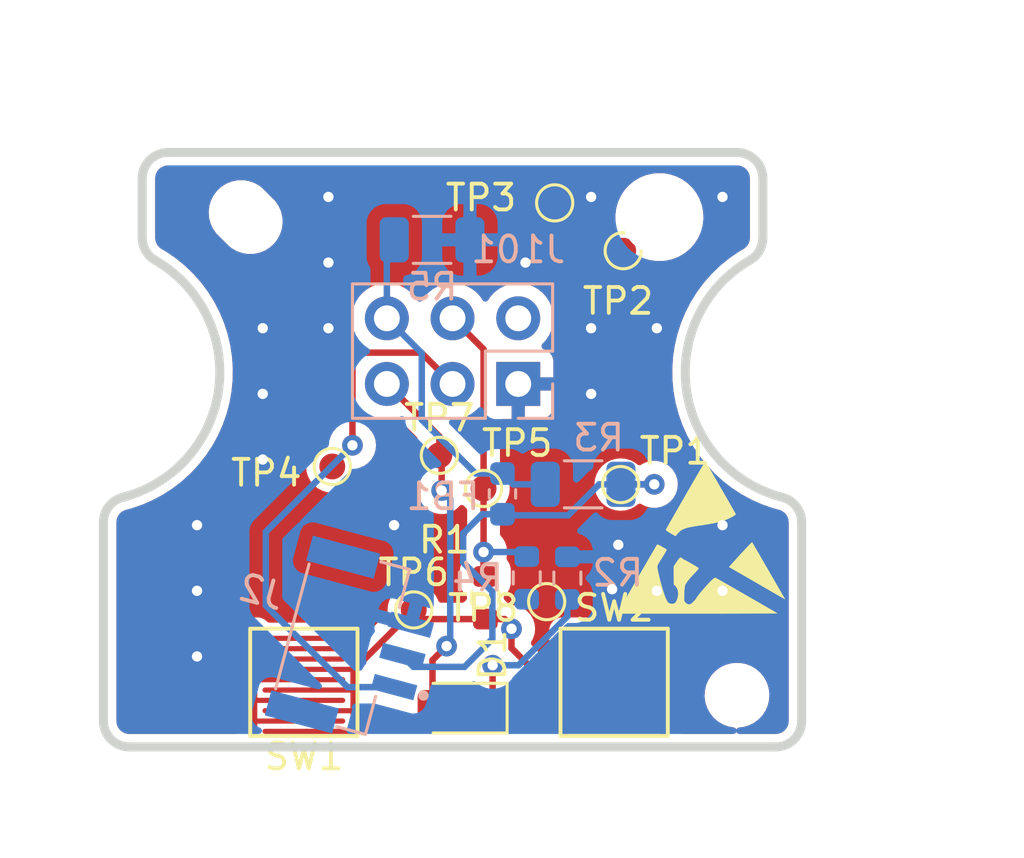
<source format=kicad_pcb>
(kicad_pcb (version 20221018) (generator pcbnew)
  (title_block (date "2023-02-06"))
  (layers (0 "F.Cu" signal) (31 "B.Cu" signal) (34 "B.Paste" user) (35 "F.Paste" user) (36 "B.SilkS" user "B.Silkscreen") (37 "F.SilkS" user "F.Silkscreen") (38 "B.Mask" user) (39 "F.Mask" user) (44 "Edge.Cuts" user))
  (net 0 "")
  (net 1 "Net-(D1-K)")
  (net 2 "/PWM")
  (net 3 "/P_Button")
  (net 4 "+5V")
  (net 5 "Net-(J2-Pin_2)")
  (net 6 "GND")
  (net 7 "/Crystal_PWM")
  (net 8 "Net-(R1-Pad2)")
  (footprint "TestPoint:TestPoint_Pad_D1.0mm" (layer "F.Cu") (at 80.550282 67.749731)
    (fp_text reference "TP4" (at -2.55 0.25) (layer "F.SilkS"))
    (fp_text value "TestPoint")
    (fp_circle (center 0 0) (end 0 0.7) (stroke (width 0.12)) (fill none) (layer "F.SilkS"))
    (pad "1" smd circle (at 0 0) (size 1 1) (layers "F.Cu" "F.Mask") (net 4 "+5V"))
  )
  (footprint "TestPoint:TestPoint_Pad_D1.0mm" (layer "F.Cu") (at 89.150282 57.549731)
    (fp_text reference "TP3" (at -2.85 -0.2) (layer "F.SilkS"))
    (fp_text value "TestPoint")
    (fp_circle (center 0 0) (end 0 0.7) (stroke (width 0.12)) (fill none) (layer "F.SilkS"))
    (pad "1" smd circle (at 0 0) (size 1 1) (layers "F.Cu" "F.Mask") (net 7 "/Crystal_PWM"))
  )
  (footprint "MountingHole:MountingHole_2mm" (layer "F.Cu") (at 96.200282 76.599731)
    (fp_text reference "H1" hide)
    (fp_text value "MountingHole")
    (pad "" np_thru_hole circle (at 0 0) (size 2 2) (drill 2) (layers "*.Cu" "*.Mask"))
  )
  (footprint "TestPoint:TestPoint_Pad_D1.0mm" (layer "F.Cu") (at 91.800282 59.399731)
    (fp_text reference "TP2" (at -0.2 1.95) (layer "F.SilkS"))
    (fp_text value "TestPoint")
    (fp_circle (center 0 0) (end 0 0.7) (stroke (width 0.12)) (fill none) (layer "F.SilkS"))
    (pad "1" smd circle (at 0 0) (size 1 1) (layers "F.Cu" "F.Mask") (net 6 "GND"))
  )
  (footprint "Zhikou:4mm_Rubber_Button" (layer "F.Cu") (at 79.450282 76.099731 180)
    (fp_text reference "SW1" (at 0 -2.875 180) (layer "F.SilkS"))
    (fp_text value "SW_Push")
    (fp_line (start -2.075 -2.075) (end 2.075 -2.075) (stroke (width 0.15)) (layer "F.SilkS"))
    (fp_line (start -2.075 2.075) (end -2.075 -2.075) (stroke (width 0.15)) (layer "F.SilkS"))
    (fp_line (start 2.075 -2.075) (end 2.075 2.075) (stroke (width 0.15)) (layer "F.SilkS"))
    (fp_line (start 2.075 2.075) (end -2.075 2.075) (stroke (width 0.15)) (layer "F.SilkS"))
    (pad "1" smd rect (at -1.9 0 180) (size 0.2 4) (layers "F.Cu" "F.Mask") (net 8 "Net-(R1-Pad2)"))
    (pad "1" smd oval (at -0.2 -1.9 180) (size 3.6 0.2) (layers "F.Cu" "F.Mask") (net 8 "Net-(R1-Pad2)"))
    (pad "1" smd oval (at -0.2 -1.1 180) (size 3.6 0.2) (layers "F.Cu" "F.Mask") (net 8 "Net-(R1-Pad2)"))
    (pad "1" smd oval (at -0.2 -0.3 180) (size 3.6 0.2) (layers "F.Cu" "F.Mask") (net 8 "Net-(R1-Pad2)"))
    (pad "1" smd oval (at -0.2 0.5 180) (size 3.6 0.2) (layers "F.Cu" "F.Mask") (net 8 "Net-(R1-Pad2)"))
    (pad "1" smd oval (at -0.2 1.3 180) (size 3.6 0.2) (layers "F.Cu" "F.Mask") (net 8 "Net-(R1-Pad2)"))
    (pad "2" smd oval (at 0.2 -1.5 180) (size 3.6 0.2) (layers "F.Cu" "F.Mask") (net 6 "GND"))
    (pad "2" smd oval (at 0.2 -0.7 180) (size 3.6 0.2) (layers "F.Cu" "F.Mask") (net 6 "GND"))
    (pad "2" smd oval (at 0.2 0.1 180) (size 3.6 0.2) (layers "F.Cu" "F.Mask") (net 6 "GND"))
    (pad "2" smd oval (at 0.2 0.9 180) (size 3.6 0.2) (layers "F.Cu" "F.Mask") (net 6 "GND"))
    (pad "2" smd oval (at 0.2 1.7 180) (size 3.6 0.2) (layers "F.Cu" "F.Mask") (net 6 "GND"))
    (pad "2" smd rect (at 1.9 0 180) (size 0.2 4) (layers "F.Cu" "F.Mask") (net 6 "GND"))
  )
  (footprint "TestPoint:TestPoint_Pad_D1.0mm" (layer "F.Cu") (at 91.700282 68.449731)
    (fp_text reference "TP1" (at 2.1 -1.3) (layer "F.SilkS"))
    (fp_text value "TestPoint")
    (fp_circle (center 0 0) (end 0 0.7) (stroke (width 0.12)) (fill none) (layer "F.SilkS"))
    (pad "1" smd circle (at 0 0) (size 1 1) (layers "F.Cu" "F.Mask") (net 5 "Net-(J2-Pin_2)"))
  )
  (footprint "Zhikou:MountingHole_2.9mm" (layer "F.Cu") (at 93.200282 58.099731)
    (fp_text reference "H2" hide)
    (fp_text value "MountingHole")
    (pad "" np_thru_hole circle (at 0 0) (size 2.9 2.9) (drill 2.9) (layers "F&B.Cu" "*.Mask"))
  )
  (footprint "Zhikou:4mm_Rubber_Button" (layer "F.Cu") (at 91.450282 76.099731)
    (fp_text reference "SW2" (at 0 -2.875) (layer "F.SilkS"))
    (fp_text value "SW_Push")
    (fp_line (start -2.075 -2.075) (end 2.075 -2.075) (stroke (width 0.15)) (layer "F.SilkS"))
    (fp_line (start -2.075 2.075) (end -2.075 -2.075) (stroke (width 0.15)) (layer "F.SilkS"))
    (fp_line (start 2.075 -2.075) (end 2.075 2.075) (stroke (width 0.15)) (layer "F.SilkS"))
    (fp_line (start 2.075 2.075) (end -2.075 2.075) (stroke (width 0.15)) (layer "F.SilkS"))
    (pad "1" smd rect (at -1.9 0) (size 0.2 4) (layers "F.Cu" "F.Mask") (net 8 "Net-(R1-Pad2)"))
    (pad "1" smd oval (at -0.2 -1.9) (size 3.6 0.2) (layers "F.Cu" "F.Mask") (net 8 "Net-(R1-Pad2)"))
    (pad "1" smd oval (at -0.2 -1.1) (size 3.6 0.2) (layers "F.Cu" "F.Mask") (net 8 "Net-(R1-Pad2)"))
    (pad "1" smd oval (at -0.2 -0.3) (size 3.6 0.2) (layers "F.Cu" "F.Mask") (net 8 "Net-(R1-Pad2)"))
    (pad "1" smd oval (at -0.2 0.5) (size 3.6 0.2) (layers "F.Cu" "F.Mask") (net 8 "Net-(R1-Pad2)"))
    (pad "1" smd oval (at -0.2 1.3) (size 3.6 0.2) (layers "F.Cu" "F.Mask") (net 8 "Net-(R1-Pad2)"))
    (pad "2" smd oval (at 0.2 -1.5) (size 3.6 0.2) (layers "F.Cu" "F.Mask") (net 6 "GND"))
    (pad "2" smd oval (at 0.2 -0.7) (size 3.6 0.2) (layers "F.Cu" "F.Mask") (net 6 "GND"))
    (pad "2" smd oval (at 0.2 0.1) (size 3.6 0.2) (layers "F.Cu" "F.Mask") (net 6 "GND"))
    (pad "2" smd oval (at 0.2 0.9) (size 3.6 0.2) (layers "F.Cu" "F.Mask") (net 6 "GND"))
    (pad "2" smd oval (at 0.2 1.7) (size 3.6 0.2) (layers "F.Cu" "F.Mask") (net 6 "GND"))
    (pad "2" smd rect (at 1.9 0) (size 0.2 4) (layers "F.Cu" "F.Mask") (net 6 "GND"))
  )
  (footprint "TestPoint:TestPoint_Pad_D1.0mm" (layer "F.Cu") (at 83.700282 73.299731)
    (fp_text reference "TP6" (at 0 -1.448) (layer "F.SilkS"))
    (fp_text value "TestPoint")
    (fp_circle (center 0 0) (end 0 0.7) (stroke (width 0.12)) (fill none) (layer "F.SilkS"))
    (pad "1" smd circle (at 0 0) (size 1 1) (layers "F.Cu" "F.Mask") (net 8 "Net-(R1-Pad2)"))
  )
  (footprint "Zhikou:MountingHole_2mm2.5mm" (layer "F.Cu") (at 77.200282 58.099731 -45)
    (fp_text reference "H4" hide)
    (fp_text value "MountingHole")
    (pad "" np_thru_hole oval (at 0 0 315) (size 2.5 2) (drill oval 2.5 2) (layers "F&B.Cu" "*.Mask"))
  )
  (footprint "TestPoint:TestPoint_Pad_D1.0mm" (layer "F.Cu") (at 86.400282 68.599731)
    (fp_text reference "TP5" (at 1.3 -1.75) (layer "F.SilkS"))
    (fp_text value "TestPoint")
    (fp_circle (center 0 0) (end 0 0.7) (stroke (width 0.12)) (fill none) (layer "F.SilkS"))
    (pad "1" smd circle (at 0 0) (size 1 1) (layers "F.Cu" "F.Mask") (net 3 "/P_Button"))
  )
  (footprint "LED_SMD:LED_0805_2012Metric_Pad1.15x1.40mm_HandSolder" (layer "F.Cu") (at 85.450282 77.099731 180)
    (fp_text reference "D1" (at -1.300008 2.050003 90) (layer "F.SilkS"))
    (fp_text value "LED")
    (fp_line (start -1.86 -0.96) (end -1.86 0.96) (stroke (width 0.12)) (layer "F.SilkS"))
    (fp_line (start -1.86 0.96) (end 1 0.96) (stroke (width 0.12)) (layer "F.SilkS"))
    (fp_line (start 1 -0.96) (end -1.86 -0.96) (stroke (width 0.12)) (layer "F.SilkS"))
    (pad "1" smd roundrect (at -1.025 0 180) (size 1.15 1.4) (layers "F.Cu" "F.Paste" "F.Mask") (roundrect_rratio 0.2173913043) (net 1 "Net-(D1-K)"))
    (pad "2" smd roundrect (at 1.025 0 180) (size 1.15 1.4) (layers "F.Cu" "F.Paste" "F.Mask") (roundrect_rratio 0.2173913043) (net 2 "/PWM"))
  )
  (footprint "Symbol:ESD-Logo_6.6x6mm_SilkScreen" (layer "F.Cu") (at 94.818522 70.484243)
    (fp_text reference "PCB1" hide)
    (fp_text value "SYM_ESD_Large" hide)
    (fp_poly (pts (xy 1.987528 0.234619) (xy 1.998908 0.253693) (xy 2.024488 0.297421) (xy 2.063002 0.363619) (xy 2.113186 0.450102) (xy 2.173775 0.554685) (xy 2.243503 0.675183) (xy 2.321107 0.809412) (xy 2.40532 0.955187) (xy 2.494879 1.110323) (xy 2.586998 1.27) (xy 2.681076 1.433117) (xy 2.771402 1.589709) (xy 2.856665 1.737506) (xy 2.935557 1.87424) (xy 3.006769 1.997642) (xy 3.068991 2.105444) (xy 3.120913 2.195377) (xy 3.161228 2.265173) (xy 3.188624 2.312564) (xy 3.201507 2.334786) (xy 3.222507 2.37233) (xy 3.233925 2.395831) (xy 3.234551 2.39992) (xy 3.220636 2.392242) (xy 3.181941 2.370203) (xy 3.120487 2.334971) (xy 3.038298 2.287711) (xy 2.937396 2.229589) (xy 2.819805 2.161771) (xy 2.687546 2.085424) (xy 2.542642 2.001714) (xy 2.387117 1.911806) (xy 2.222992 1.816867) (xy 2.160549 1.780732) (xy 1.993487 1.684083) (xy 1.834074 1.591938) (xy 1.684355 1.505475) (xy 1.546376 1.425871) (xy 1.422185 1.354305) (xy 1.313827 1.291955) (xy 1.223348 1.239998) (xy 1.152796 1.199613) (xy 1.104215 1.171978) (xy 1.079654 1.158272) (xy 1.077085 1.156974) (xy 1.084569 1.14522) (xy 1.110614 1.113795) (xy 1.152559 1.065594) (xy 1.207746 1.00351) (xy 1.273517 0.930439) (xy 1.347212 0.849276) (xy 1.426173 0.762916) (xy 1.50774 0.674253) (xy 1.589254 0.586182) (xy 1.668057 0.501599) (xy 1.74149 0.423397) (xy 1.806893 0.354472) (xy 1.861608 0.297719) (xy 1.902977 0.256032) (xy 1.917164 0.242363) (xy 1.96418 0.198201) (xy 1.987528 0.234619)) (stroke (width 0.01)) (fill solid) (layer "F.SilkS"))
    (fp_poly (pts (xy 0.164043 -2.914165) (xy 0.187065 -2.876755) (xy 0.222534 -2.817486) (xy 0.268996 -2.738882) (xy 0.324996 -2.643462) (xy 0.389081 -2.53375) (xy 0.459796 -2.412266) (xy 0.535687 -2.281532) (xy 0.615299 -2.14407) (xy 0.697178 -2.002402) (xy 0.77987 -1.859049) (xy 0.861921 -1.716533) (xy 0.941876 -1.577376) (xy 1.018281 -1.444099) (xy 1.089682 -1.319224) (xy 1.154624 -1.205273) (xy 1.211653 -1.104767) (xy 1.259315 -1.020228) (xy 1.296155 -0.954178) (xy 1.32072 -0.909138) (xy 1.331554 -0.88763) (xy 1.331951 -0.886286) (xy 1.318501 -0.868035) (xy 1.281114 -0.840118) (xy 1.224235 -0.805275) (xy 1.152312 -0.766246) (xy 1.077015 -0.729157) (xy 0.97456 -0.684183) (xy 0.866817 -0.643774) (xy 0.750073 -0.607031) (xy 0.620618 -0.573058) (xy 0.47474 -0.540956) (xy 0.308726 -0.509827) (xy 0.118866 -0.478773) (xy -0.077531 -0.449855) (xy -0.248166 -0.4242) (xy -0.391455 -0.398802) (xy -0.510992 -0.372398) (xy -0.61037 -0.343727) (xy -0.693182 -0.311527) (xy -0.763022 -0.274535) (xy -0.823482 -0.231488) (xy -0.878155 -0.181125) (xy -0.895786 -0.162417) (xy -0.934 -0.118861) (xy -0.962268 -0.083318) (xy -0.975382 -0.062417) (xy -0.975732 -0.060703) (xy -0.98032 -0.050194) (xy -0.996242 -0.050076) (xy -1.026734 -0.061746) (xy -1.075032 -0.086604) (xy -1.144373 -0.126048) (xy -1.192561 -0.154413) (xy -1.264417 -0.198753) (xy -1.320258 -0.236721) (xy -1.356333 -0.265584) (xy -1.368887 -0.282612) (xy -1.368879 -0.282736) (xy -1.361094 -0.298963) (xy -1.339108 -0.3396) (xy -1.304197 -0.402433) (xy -1.257637 -0.485248) (xy -1.200705 -0.585828) (xy -1.134677 -0.70196) (xy -1.060828 -0.831429) (xy -0.980436 -0.97202) (xy -0.894776 -1.121518) (xy -0.805124 -1.277708) (xy -0.712757 -1.438376) (xy -0.618951 -1.601307) (xy -0.524982 -1.764287) (xy -0.432126 -1.9251) (xy -0.34166 -2.081532) (xy -0.254859 -2.231367) (xy -0.173 -2.372392) (xy -0.097359 -2.502391) (xy -0.029213 -2.619151) (xy 0.030163 -2.720455) (xy 0.079493 -2.804089) (xy 0.1175 -2.867838) (xy 0.142907 -2.909489) (xy 0.15444 -2.926825) (xy 0.154923 -2.927195) (xy 0.164043 -2.914165)) (stroke (width 0.01)) (fill solid) (layer "F.SilkS"))
    (fp_poly (pts (xy -1.677906 0.291158) (xy -1.645381 0.303736) (xy -1.595807 0.328712) (xy -1.524626 0.367876) (xy -1.519084 0.370988) (xy -1.453526 0.408476) (xy -1.398202 0.441319) (xy -1.358545 0.466205) (xy -1.339988 0.47982) (xy -1.339469 0.480487) (xy -1.343952 0.49939) (xy -1.364514 0.541605) (xy -1.399817 0.604832) (xy -1.44852 0.686772) (xy -1.509282 0.785122) (xy -1.580764 0.897585) (xy -1.598555 0.925165) (xy -1.644907 1.001699) (xy -1.678658 1.067556) (xy -1.696847 1.116782) (xy -1.698714 1.126507) (xy -1.697885 1.169312) (xy -1.688606 1.237209) (xy -1.672032 1.325843) (xy -1.64932 1.430859) (xy -1.621627 1.547902) (xy -1.59011 1.672616) (xy -1.555925 1.800645) (xy -1.520229 1.927634) (xy -1.484179 2.049228) (xy -1.448932 2.161072) (xy -1.415644 2.25881) (xy -1.385472 2.338087) (xy -1.364439 2.385122) (xy -1.339663 2.435225) (xy -1.31627 2.483168) (xy -1.315003 2.485793) (xy -1.276301 2.53422) (xy -1.219816 2.566828) (xy -1.154061 2.582454) (xy -1.087549 2.579937) (xy -1.028795 2.558114) (xy -0.995742 2.529382) (xy -0.948141 2.450583) (xy -0.913261 2.352378) (xy -0.894123 2.244779) (xy -0.891412 2.18378) (xy -0.90233 2.069935) (xy -0.934376 1.97566) (xy -0.989274 1.896379) (xy -1.006393 1.878733) (xy -1.057339 1.829235) (xy -1.060837 1.479362) (xy -1.064336 1.129489) (xy -0.975182 0.994531) (xy -0.933346 0.933445) (xy -0.893055 0.878493) (xy -0.860057 0.837336) (xy -0.845874 0.822192) (xy -0.805719 0.78481) (xy -0.751335 0.814098) (xy -0.716961 0.835084) (xy -0.698154 0.851378) (xy -0.696951 0.854307) (xy -0.684097 0.866728) (xy -0.662104 0.875977) (xy -0.64085 0.884313) (xy -0.608306 0.900149) (xy -0.561678 0.925033) (xy -0.498171 0.960509) (xy -0.414992 1.008123) (xy -0.309347 1.069422) (xy -0.251938 1.102932) (xy -0.184406 1.143071) (xy -0.140115 1.171659) (xy -0.115145 1.192039) (xy -0.105577 1.207553) (xy -0.107492 1.221546) (xy -0.109089 1.224796) (xy -0.124624 1.245266) (xy -0.157864 1.283665) (xy -0.204938 1.335696) (xy -0.261972 1.397066) (xy -0.3113 1.44909) (xy -0.42497 1.572567) (xy -0.513895 1.679591) (xy -0.578866 1.77124) (xy -0.620679 1.848588) (xy -0.634783 1.887866) (xy -0.640608 1.922249) (xy -0.646625 1.980899) (xy -0.652304 2.057117) (xy -0.657116 2.144202) (xy -0.659381 2.199268) (xy -0.662541 2.294464) (xy -0.663931 2.364062) (xy -0.663142 2.413409) (xy -0.659765 2.447854) (xy -0.653392 2.472743) (xy -0.643613 2.493425) (xy -0.635933 2.506053) (xy -0.591579 2.554726) (xy -0.534426 2.588645) (xy -0.474292 2.603438) (xy -0.429227 2.598086) (xy -0.388424 2.57493) (xy -0.337276 2.533462) (xy -0.282958 2.480912) (xy -0.232643 2.424516) (xy -0.193506 2.371505) (xy -0.179095 2.345889) (xy -0.157509 2.310814) (xy -0.118247 2.257389) (xy -0.064898 2.189789) (xy -0.001048 2.11219) (xy 0.069715 2.028768) (xy 0.143804 1.943698) (xy 0.217632 1.861155) (xy 0.287611 1.785316) (xy 0.350155 1.720356) (xy 0.39926 1.672669) (xy 0.453779 1.625032) (xy 0.499642 1.589908) (xy 0.531811 1.570949) (xy 0.542489 1.568864) (xy 0.558853 1.577274) (xy 0.599671 1.599846) (xy 0.662586 1.635224) (xy 0.745244 1.682054) (xy 0.845289 1.738981) (xy 0.960366 1.804649) (xy 1.088119 1.877703) (xy 1.226194 1.956788) (xy 1.372234 2.040548) (xy 1.523884 2.127629) (xy 1.67879 2.216676) (xy 1.834595 2.306332) (xy 1.988944 2.395243) (xy 2.139482 2.482054) (xy 2.283854 2.565409) (xy 2.419704 2.643954) (xy 2.544677 2.716333) (xy 2.656417 2.78119) (xy 2.75257 2.837171) (xy 2.830779 2.88292) (xy 2.888689 2.917083) (xy 2.923946 2.938304) (xy 2.934165 2.944963) (xy 2.920402 2.94628) (xy 2.877104 2.947559) (xy 2.805714 2.948796) (xy 2.707673 2.949983) (xy 2.584422 2.951115) (xy 2.437403 2.952186) (xy 2.268057 2.953189) (xy 2.077826 2.954119) (xy 1.868151 2.954968) (xy 1.640473 2.955732) (xy 1.396235 2.956403) (xy 1.136877 2.956976) (xy 0.863841 2.957444) (xy 0.578568 2.957802) (xy 0.2825 2.958042) (xy -0.022921 2.958159) (xy -0.151076 2.958171) (xy -3.25103 2.958171) (xy -3.029947 2.574847) (xy -2.983144 2.49368) (xy -2.922898 2.389166) (xy -2.851222 2.264801) (xy -2.770131 2.124082) (xy -2.681638 1.970503) (xy -2.58776 1.807562) (xy -2.490509 1.638754) (xy -2.3919 1.467575) (xy -2.293947 1.297521) (xy -2.269175 1.254512) (xy -2.178848 1.097857) (xy -2.092711 0.948803) (xy -2.012058 0.809568) (xy -1.938184 0.682371) (xy -1.872383 0.569432) (xy -1.81595 0.472968) (xy -1.770179 0.3952) (xy -1.736365 0.338346) (xy -1.715802 0.304625) (xy -1.710047 0.29604) (xy -1.697942 0.289189) (xy -1.677906 0.291158)) (stroke (width 0.01)) (fill solid) (layer "F.SilkS"))
  )
  (footprint "Resistor_SMD:R_0603_1608Metric" (layer "F.Cu") (at 86.470282 72.829731 -90)
    (fp_text reference "R1" (at -2.24 1.590003) (layer "F.SilkS"))
    (fp_text value "1K")
    (fp_line (start -0.237258 -0.5225) (end 0.237258 -0.5225) (stroke (width 0.12)) (layer "F.SilkS"))
    (fp_line (start -0.237258 0.5225) (end 0.237258 0.5225) (stroke (width 0.12)) (layer "F.SilkS"))
    (pad "1" smd roundrect (at -0.825 0 270) (size 0.8 0.95) (layers "F.Cu" "F.Paste" "F.Mask") (net 3 "/P_Button"))
    (pad "2" smd roundrect (at 0.825 0 270) (size 0.8 0.95) (layers "F.Cu" "F.Paste" "F.Mask") (net 8 "Net-(R1-Pad2)"))
  )
  (footprint "TestPoint:TestPoint_Pad_D1.0mm" (layer "F.Cu") (at 88.840282 72.979731)
    (fp_text reference "TP8" (at -2.45 0.25) (layer "F.SilkS"))
    (fp_text value "TestPoint")
    (fp_circle (center 0 0) (end 0 0.7) (stroke (width 0.12)) (fill none) (layer "F.SilkS"))
    (pad "1" smd circle (at 0 0) (size 1 1) (layers "F.Cu" "F.Mask") (net 1 "Net-(D1-K)"))
  )
  (footprint "TestPoint:TestPoint_Pad_D1.0mm" (layer "F.Cu") (at 84.690282 67.319731)
    (fp_text reference "TP7" (at 0 -1.448) (layer "F.SilkS"))
    (fp_text value "TestPoint")
    (fp_circle (center 0 0) (end 0 0.7) (stroke (width 0.12)) (fill none) (layer "F.SilkS"))
    (pad "1" smd circle (at 0 0) (size 1 1) (layers "F.Cu" "F.Mask") (net 2 "/PWM"))
  )
  (footprint "Zhikou:A1257WR-S-3P" (layer "B.Cu") (at 82.441497 74.859601 -105)
    (fp_text reference "J2" (at -0.984552 5.058105 -15) (layer "B.SilkS") (effects (justify mirror)))
    (fp_text value "CI4003M1HR0-NH")
    (fp_line (start -3.302 -0.254) (end -1.778 -0.254) (stroke (width 0.12)) (layer "B.SilkS"))
    (fp_line (start -3.3 0.9) (end -3.302 -0.254) (stroke (width 0.12)) (layer "B.SilkS"))
    (fp_line (start -2.5 3.556) (end 2.5 3.556) (stroke (width 0.12)) (layer "B.SilkS"))
    (fp_line (start 1.778 -0.254) (end 3.302 -0.254) (stroke (width 0.12)) (layer "B.SilkS"))
    (fp_line (start 3.302 -0.254) (end 3.302 0.9) (stroke (width 0.12)) (layer "B.SilkS"))
    (fp_circle (center 1.27 -2.032) (end 1.37 -2.032) (stroke (width 0.2)) (fill none) (layer "B.SilkS"))
    (pad "0" smd rect (at -3.1 2.35 255) (size 1 2.7) (layers "B.Cu" "B.Paste" "B.Mask"))
    (pad "0" smd rect (at 3.1 2.35 255) (size 1 2.7) (layers "B.Cu" "B.Paste" "B.Mask"))
    (pad "1" smd rect (at 1.25 -0.85 255) (size 0.6 1.7) (layers "B.Cu" "B.Paste" "B.Mask") (net 4 "+5V"))
    (pad "2" smd rect (at 0 -0.85 255) (size 0.6 1.7) (layers "B.Cu" "B.Paste" "B.Mask") (net 5 "Net-(J2-Pin_2)"))
    (pad "3" smd rect (at -1.25 -0.85 255) (size 0.6 1.7) (layers "B.Cu" "B.Paste" "B.Mask") (net 6 "GND"))
  )
  (footprint "Resistor_SMD:R_1206_3216Metric" (layer "B.Cu") (at 90.250282 68.439731 180)
    (fp_text reference "R3" (at -0.6 1.8) (layer "B.SilkS") (effects (justify mirror)))
    (fp_text value "560")
    (fp_line (start -0.727064 -0.91) (end 0.727064 -0.91) (stroke (width 0.12)) (layer "B.SilkS"))
    (fp_line (start -0.727064 0.91) (end 0.727064 0.91) (stroke (width 0.12)) (layer "B.SilkS"))
    (pad "1" smd roundrect (at -1.4625 0 180) (size 1.125 1.75) (layers "B.Cu" "B.Paste" "B.Mask") (roundrect_rratio 0.2222222222) (net 5 "Net-(J2-Pin_2)"))
    (pad "2" smd roundrect (at 1.4625 0 180) (size 1.125 1.75) (layers "B.Cu" "B.Paste" "B.Mask") (roundrect_rratio 0.2222222222) (net 7 "/Crystal_PWM"))
  )
  (footprint "Resistor_SMD:R_0603_1608Metric" (layer "B.Cu") (at 88.070282 72.059731 90)
    (fp_text reference "R4" (at 0 -1.9 180) (layer "B.SilkS") (effects (justify mirror)))
    (fp_text value "2.7K")
    (fp_line (start -0.237258 -0.5225) (end 0.237258 -0.5225) (stroke (width 0.12)) (layer "B.SilkS"))
    (fp_line (start -0.237258 0.5225) (end 0.237258 0.5225) (stroke (width 0.12)) (layer "B.SilkS"))
    (pad "1" smd roundrect (at -0.825 0 90) (size 0.8 0.95) (layers "B.Cu" "B.Paste" "B.Mask") (net 6 "GND"))
    (pad "2" smd roundrect (at 0.825 0 90) (size 0.8 0.95) (layers "B.Cu" "B.Paste" "B.Mask") (net 3 "/P_Button"))
  )
  (footprint "Resistor_SMD:R_1206_3216Metric" (layer "B.Cu") (at 84.410282 58.979731)
    (fp_text reference "R5" (at 0 1.82) (layer "B.SilkS") (effects (justify mirror)))
    (fp_text value "1K")
    (fp_line (start -0.727064 -0.91) (end 0.727064 -0.91) (stroke (width 0.12)) (layer "B.SilkS"))
    (fp_line (start -0.727064 0.91) (end 0.727064 0.91) (stroke (width 0.12)) (layer "B.SilkS"))
    (pad "1" smd roundrect (at -1.4625 0) (size 1.125 1.75) (layers "B.Cu" "B.Paste" "B.Mask") (roundrect_rratio 0.2222222222) (net 7 "/Crystal_PWM"))
    (pad "2" smd roundrect (at 1.4625 0) (size 1.125 1.75) (layers "B.Cu" "B.Paste" "B.Mask") (roundrect_rratio 0.2222222222) (net 6 "GND"))
  )
  (footprint "Resistor_SMD:R_0603_1608Metric" (layer "B.Cu") (at 89.640282 72.069731 90)
    (fp_text reference "R2" (at 0.199992 1.95) (layer "B.SilkS") (effects (justify mirror)))
    (fp_text value "1K")
    (fp_line (start -0.237258 -0.5225) (end 0.237258 -0.5225) (stroke (width 0.12)) (layer "B.SilkS"))
    (fp_line (start -0.237258 0.5225) (end 0.237258 0.5225) (stroke (width 0.12)) (layer "B.SilkS"))
    (pad "1" smd roundrect (at -0.825 0 90) (size 0.8 0.95) (layers "B.Cu" "B.Paste" "B.Mask") (net 1 "Net-(D1-K)"))
    (pad "2" smd roundrect (at 0.825 0 90) (size 0.8 0.95) (layers "B.Cu" "B.Paste" "B.Mask") (net 6 "GND"))
  )
  (footprint "Inductor_SMD:L_0603_1608Metric" (layer "B.Cu") (at 87.130282 68.809731 90)
    (fp_text reference "FB1" (at -0.1 -2.3 180) (layer "B.SilkS") (effects (justify mirror)))
    (fp_text value "Ferrite_Bead")
    (fp_line (start -0.162779 -0.51) (end 0.162779 -0.51) (stroke (width 0.12)) (layer "B.SilkS"))
    (fp_line (start -0.162779 0.51) (end 0.162779 0.51) (stroke (width 0.12)) (layer "B.SilkS"))
    (pad "1" smd roundrect (at -0.7875 0 90) (size 0.875 0.95) (layers "B.Cu" "B.Paste" "B.Mask") (net 5 "Net-(J2-Pin_2)"))
    (pad "2" smd roundrect (at 0.7875 0 90) (size 0.875 0.95) (layers "B.Cu" "B.Paste" "B.Mask") (net 7 "/Crystal_PWM"))
  )
  (footprint "Connector_PinHeader_2.54mm:PinHeader_2x03_P2.54mm_Vertical" (layer "B.Cu") (at 87.740726 64.555824 90)
    (fp_text reference "J101" (at 5.2 0 180) (layer "B.SilkS") (effects (justify mirror)))
    (fp_text value "Conn_01x06")
    (fp_line (start -1.33 -6.41) (end 3.87 -6.41) (stroke (width 0.12)) (layer "B.SilkS"))
    (fp_line (start -1.33 -1.27) (end -1.33 -6.41) (stroke (width 0.12)) (layer "B.SilkS"))
    (fp_line (start -1.33 -1.27) (end 1.27 -1.27) (stroke (width 0.12)) (layer "B.SilkS"))
    (fp_line (start -1.33 0) (end -1.33 1.33) (stroke (width 0.12)) (layer "B.SilkS"))
    (fp_line (start -1.33 1.33) (end 0 1.33) (stroke (width 0.12)) (layer "B.SilkS"))
    (fp_line (start 1.27 -1.27) (end 1.27 1.33) (stroke (width 0.12)) (layer "B.SilkS"))
    (fp_line (start 1.27 1.33) (end 3.87 1.33) (stroke (width 0.12)) (layer "B.SilkS"))
    (fp_line (start 3.87 1.33) (end 3.87 -6.41) (stroke (width 0.12)) (layer "B.SilkS"))
    (pad "1" thru_hole rect (at 0 0 90) (size 1.7 1.7) (drill 1) (layers "*.Cu" "*.Mask") (net 6 "GND"))
    (pad "2" thru_hole oval (at 2.54 0 90) (size 1.7 1.7) (drill 1) (layers "*.Cu" "*.Mask"))
    (pad "3" thru_hole oval (at 0 -2.54 90) (size 1.7 1.7) (drill 1) (layers "*.Cu" "*.Mask") (net 4 "+5V"))
    (pad "4" thru_hole oval (at 2.54 -2.54 90) (size 1.7 1.7) (drill 1) (layers "*.Cu" "*.Mask") (net 3 "/P_Button"))
    (pad "5" thru_hole oval (at 0 -5.08 90) (size 1.7 1.7) (drill 1) (layers "*.Cu" "*.Mask") (net 2 "/PWM"))
    (pad "6" thru_hole oval (at 2.54 -5.08 90) (size 1.7 1.7) (drill 1) (layers "*.Cu" "*.Mask") (net 7 "/Crystal_PWM"))
  )
  (gr_arc (start 98.700282 77.599731) (mid 98.407389 78.306838) (end 97.700282 78.599731) (stroke (width 0.35)) (layer "Edge.Cuts"))
  (gr_arc (start 72.700282 78.599731) (mid 71.993175 78.306838) (end 71.700282 77.599731) (stroke (width 0.35)) (layer "Edge.Cuts"))
  (gr_arc (start 73.700282 59.769604) (mid 76.154479 64.774958) (end 72.450282 68.94096) (stroke (width 0.35)) (layer "Edge.Cuts"))
  (gr_line (start 71.700282 77.599731) (end 71.700282 69.90921) (stroke (width 0.35)) (layer "Edge.Cuts"))
  (gr_arc (start 73.700282 59.769604) (mid 73.334257 59.403579) (end 73.200282 58.903579) (stroke (width 0.35)) (layer "Edge.Cuts"))
  (gr_arc (start 73.200282 56.599731) (mid 73.493175 55.892624) (end 74.200282 55.599731) (stroke (width 0.35)) (layer "Edge.Cuts"))
  (gr_arc (start 71.700282 69.90921) (mid 71.909713 69.296838) (end 72.450282 68.940964) (stroke (width 0.35)) (layer "Edge.Cuts"))
  (gr_line (start 97.700282 78.599731) (end 72.700282 78.599731) (stroke (width 0.35)) (layer "Edge.Cuts"))
  (gr_line (start 73.200282 58.903579) (end 73.200282 56.599731) (stroke (width 0.35)) (layer "Edge.Cuts"))
  (gr_arc (start 96.200282 55.599731) (mid 96.907389 55.892624) (end 97.200282 56.599731) (stroke (width 0.35)) (layer "Edge.Cuts"))
  (gr_arc (start 97.950282 68.940964) (mid 98.49086 69.296836) (end 98.700282 69.90921) (stroke (width 0.35)) (layer "Edge.Cuts"))
  (gr_arc (start 97.950282 68.94096) (mid 94.246085 64.774958) (end 96.700282 59.769604) (stroke (width 0.35)) (layer "Edge.Cuts"))
  (gr_line (start 98.700282 69.90921) (end 98.700282 77.599731) (stroke (width 0.35)) (layer "Edge.Cuts"))
  (gr_line (start 74.200282 55.599731) (end 96.200282 55.599731) (stroke (width 0.35)) (layer "Edge.Cuts"))
  (gr_line (start 97.200282 56.599731) (end 97.200282 58.903579) (stroke (width 0.35)) (layer "Edge.Cuts"))
  (gr_arc (start 97.200282 58.903579) (mid 97.066289 59.403562) (end 96.700282 59.769604) (stroke (width 0.35)) (layer "Edge.Cuts"))
  (segment (start 86.750282 75.439731) (end 86.750282 76.824731) (width 0.25) (layer "F.Cu") (net 1))
  (segment (start 86.750282 76.824731) (end 86.475282 77.099731) (width 0.25) (layer "F.Cu") (net 1))
  (via (at 86.750282 75.439731) (size 0.8) (drill 0.4) (layers "F.Cu" "B.Cu") (net 1))
  (segment (start 87.750282 75.439731) (end 86.750282 75.439731) (width 0.25) (layer "B.Cu") (net 1))
  (segment (start 89.640282 73.549731) (end 87.750282 75.439731) (width 0.25) (layer "B.Cu") (net 1))
  (segment (start 89.640282 72.894731) (end 89.640282 73.549731) (width 0.25) (layer "B.Cu") (net 1))
  (segment (start 84.780281 67.40973) (end 84.690282 67.319731) (width 0.25) (layer "F.Cu") (net 2))
  (segment (start 84.970282 74.699731) (end 84.425282 75.244731) (width 0.25) (layer "F.Cu") (net 2))
  (segment (start 84.690282 66.58538) (end 82.660726 64.555824) (width 0.25) (layer "F.Cu") (net 2))
  (segment (start 84.425282 75.244731) (end 84.425282 77.099731) (width 0.25) (layer "F.Cu") (net 2))
  (segment (start 84.690282 67.319731) (end 84.690282 66.58538) (width 0.25) (layer "F.Cu") (net 2))
  (segment (start 84.780281 68.679732) (end 84.780281 67.40973) (width 0.25) (layer "F.Cu") (net 2))
  (via (at 84.970282 74.699731) (size 0.8) (drill 0.4) (layers "F.Cu" "B.Cu") (net 2))
  (via (at 84.780281 68.679732) (size 0.8) (drill 0.4) (layers "F.Cu" "B.Cu") (net 2))
  (segment (start 85.110282 69.009733) (end 85.110282 74.559731) (width 0.25) (layer "B.Cu") (net 2))
  (segment (start 84.780281 68.679732) (end 85.110282 69.009733) (width 0.25) (layer "B.Cu") (net 2))
  (segment (start 85.110282 74.559731) (end 84.970282 74.699731) (width 0.25) (layer "B.Cu") (net 2))
  (segment (start 85.200726 62.015824) (end 86.400282 63.21538) (width 0.25) (layer "F.Cu") (net 3))
  (segment (start 86.400282 71.934731) (end 86.470282 72.004731) (width 0.25) (layer "F.Cu") (net 3))
  (segment (start 86.400282 63.21538) (end 86.400282 68.599731) (width 0.25) (layer "F.Cu") (net 3))
  (segment (start 86.400282 68.599731) (end 86.400282 71.059731) (width 0.25) (layer "F.Cu") (net 3))
  (segment (start 86.400282 71.059731) (end 86.400282 71.934731) (width 0.25) (layer "F.Cu") (net 3))
  (via (at 86.400282 71.059731) (size 0.8) (drill 0.4) (layers "F.Cu" "B.Cu") (net 3))
  (segment (start 87.895282 71.059731) (end 88.070282 71.234731) (width 0.25) (layer "B.Cu") (net 3))
  (segment (start 86.400282 71.059731) (end 87.895282 71.059731) (width 0.25) (layer "B.Cu") (net 3))
  (segment (start 81.330282 63.739731) (end 81.724633 63.34538) (width 0.25) (layer "F.Cu") (net 4))
  (segment (start 80.550282 67.749731) (end 80.550282 67.709731) (width 0.25) (layer "F.Cu") (net 4))
  (segment (start 81.330282 66.929731) (end 81.330282 63.739731) (width 0.25) (layer "F.Cu") (net 4))
  (segment (start 83.990282 63.34538) (end 85.200726 64.555824) (width 0.25) (layer "F.Cu") (net 4))
  (segment (start 80.550282 67.709731) (end 81.330282 66.929731) (width 0.25) (layer "F.Cu") (net 4))
  (segment (start 81.724633 63.34538) (end 83.990282 63.34538) (width 0.25) (layer "F.Cu") (net 4))
  (via (at 81.330282 66.929731) (size 0.8) (drill 0.4) (layers "F.Cu" "B.Cu") (net 4))
  (segment (start 81.137555 76.287004) (end 82.93901 76.287004) (width 0.25) (layer "B.Cu") (net 4))
  (segment (start 77.980282 70.279731) (end 77.980282 73.129731) (width 0.25) (layer "B.Cu") (net 4))
  (segment (start 77.980282 73.129731) (end 81.137555 76.287004) (width 0.25) (layer "B.Cu") (net 4))
  (segment (start 81.330282 66.929731) (end 77.980282 70.279731) (width 0.25) (layer "B.Cu") (net 4))
  (segment (start 91.710282 68.439731) (end 91.700282 68.449731) (width 0.25) (layer "F.Cu") (net 5))
  (segment (start 93.000282 68.439731) (end 91.710282 68.439731) (width 0.25) (layer "F.Cu") (net 5))
  (via (at 93.000282 68.439731) (size 0.8) (drill 0.4) (layers "F.Cu" "B.Cu") (net 5))
  (segment (start 87.130282 69.597231) (end 87.172782 69.639731) (width 0.25) (layer "B.Cu") (net 5))
  (segment (start 85.610282 71.459731) (end 85.610282 70.339731) (width 0.25) (layer "B.Cu") (net 5))
  (segment (start 85.610282 70.339731) (end 86.352782 69.597231) (width 0.25) (layer "B.Cu") (net 5))
  (segment (start 85.661554 75.503861) (end 86.740282 74.425133) (width 0.25) (layer "B.Cu") (net 5))
  (segment (start 90.870282 68.439731) (end 91.712782 68.439731) (width 0.25) (layer "B.Cu") (net 5))
  (segment (start 83.686798 75.503861) (end 85.661554 75.503861) (width 0.25) (layer "B.Cu") (net 5))
  (segment (start 91.712782 68.439731) (end 93.000282 68.439731) (width 0.25) (layer "B.Cu") (net 5))
  (segment (start 83.262534 75.079597) (end 83.686798 75.503861) (width 0.25) (layer "B.Cu") (net 5))
  (segment (start 87.172782 69.639731) (end 89.670282 69.639731) (width 0.25) (layer "B.Cu") (net 5))
  (segment (start 86.352782 69.597231) (end 87.130282 69.597231) (width 0.25) (layer "B.Cu") (net 5))
  (segment (start 86.740282 72.589731) (end 85.610282 71.459731) (width 0.25) (layer "B.Cu") (net 5))
  (segment (start 89.670282 69.639731) (end 90.870282 68.439731) (width 0.25) (layer "B.Cu") (net 5))
  (segment (start 86.740282 74.425133) (end 86.740282 72.589731) (width 0.25) (layer "B.Cu") (net 5))
  (via (at 95.640285 70.019731) (size 0.8) (drill 0.4) (layers "F.Cu" "B.Cu") (net 6))
  (via (at 90.560285 62.399731) (size 0.8) (drill 0.4) (layers "F.Cu" "B.Cu") (net 6))
  (via (at 75.320285 75.099731) (size 0.8) (drill 0.4) (layers "F.Cu" "B.Cu") (net 6))
  (via (at 80.400285 62.399731) (size 0.8) (drill 0.4) (layers "F.Cu" "B.Cu") (net 6))
  (via (at 75.320285 72.559731) (size 0.8) (drill 0.4) (layers "F.Cu" "B.Cu") (net 6))
  (via (at 80.400285 57.319731) (size 0.8) (drill 0.4) (layers "F.Cu" "B.Cu") (net 6))
  (via (at 77.860285 62.399731) (size 0.8) (drill 0.4) (layers "F.Cu" "B.Cu") (net 6))
  (via (at 75.320285 70.019731) (size 0.8) (drill 0.4) (layers "F.Cu" "B.Cu") (net 6))
  (via (at 91.610282 70.779731) (size 0.8) (drill 0.4) (layers "F.Cu" "B.Cu") (net 6))
  (via (at 93.100285 62.399731) (size 0.8) (drill 0.4) (layers "F.Cu" "B.Cu") (net 6))
  (via (at 90.560285 64.939731) (size 0.8) (drill 0.4) (layers "F.Cu" "B.Cu") (net 6))
  (via (at 77.860285 64.939731) (size 0.8) (drill 0.4) (layers "F.Cu" "B.Cu") (net 6))
  (via (at 88.020285 59.859731) (size 0.8) (drill 0.4) (layers "F.Cu" "B.Cu") (net 6))
  (via (at 91.370282 72.499731) (size 0.8) (drill 0.4) (layers "F.Cu" "B.Cu") (net 6))
  (via (at 90.560285 57.319731) (size 0.8) (drill 0.4) (layers "F.Cu" "B.Cu") (net 6))
  (via (at 80.400285 59.859731) (size 0.8) (drill 0.4) (layers "F.Cu" "B.Cu") (net 6))
  (via (at 95.640285 57.319731) (size 0.8) (drill 0.4) (layers "F.Cu" "B.Cu") (net 6))
  (via (at 77.860285 67.479731) (size 0.8) (drill 0.4) (layers "F.Cu" "B.Cu") (net 6))
  (via (at 93.100285 72.559731) (size 0.8) (drill 0.4) (layers "F.Cu" "B.Cu") (net 6))
  (via (at 82.940285 70.019731) (size 0.8) (drill 0.4) (layers "F.Cu" "B.Cu") (net 6))
  (via (at 95.640285 72.559731) (size 0.8) (drill 0.4) (layers "F.Cu" "B.Cu") (net 6))
  (segment (start 86.092782 68.022231) (end 84.010282 65.939731) (width 0.25) (layer "B.Cu") (net 7))
  (segment (start 82.660726 59.266787) (end 82.947782 58.979731) (width 0.25) (layer "B.Cu") (net 7))
  (segment (start 87.547782 68.439731) (end 87.130282 68.022231) (width 0.25) (layer "B.Cu") (net 7))
  (segment (start 84.010282 65.939731) (end 84.010282 63.36538) (width 0.25) (layer "B.Cu") (net 7))
  (segment (start 84.010282 63.36538) (end 82.660726 62.015824) (width 0.25) (layer "B.Cu") (net 7))
  (segment (start 82.660726 62.015824) (end 82.660726 59.266787) (width 0.25) (layer "B.Cu") (net 7))
  (segment (start 88.787782 68.439731) (end 87.547782 68.439731) (width 0.25) (layer "B.Cu") (net 7))
  (segment (start 87.130282 68.022231) (end 86.092782 68.022231) (width 0.25) (layer "B.Cu") (net 7))
  (segment (start 86.470282 73.654731) (end 83.345282 73.654731) (width 0.25) (layer "F.Cu") (net 8))
  (segment (start 87.480483 74.779932) (end 87.480483 74.029932) (width 0.25) (layer "F.Cu") (net 8))
  (segment (start 86.470282 73.654731) (end 87.215282 73.654731) (width 0.25) (layer "F.Cu") (net 8))
  (segment (start 87.215282 73.654731) (end 87.480483 73.919932) (width 0.25) (layer "F.Cu") (net 8))
  (segment (start 87.480483 73.919932) (end 87.480483 74.029932) (width 0.25) (layer "F.Cu") (net 8))
  (segment (start 83.345282 73.654731) (end 81.375282 75.624731) (width 0.25) (layer "F.Cu") (net 8))
  (segment (start 81.375282 75.624731) (end 81.375282 76.099731) (width 0.25) (layer "F.Cu") (net 8))
  (segment (start 88.800282 76.099731) (end 87.480483 74.779932) (width 0.25) (layer "F.Cu") (net 8))
  (segment (start 89.525282 76.099731) (end 88.800282 76.099731) (width 0.25) (layer "F.Cu") (net 8))
  (via (at 87.480483 74.029932) (size 0.8) (drill 0.4) (layers "F.Cu" "B.Cu") (net 8))
  (zone (net 6) (net_name "GND") (layers "F&B.Cu") (connect_pads (clearance 0.508)) (min_thickness 0.254) (fill yes (thermal_gap 0.508) (thermal_bridge_width 0.508))
    (polygon (pts (xy 107.300285 82.899731) (xy 67.700285 82.899731) (xy 67.700285 49.699731) (xy 107.300285 49.699731)))
  )
)
</source>
